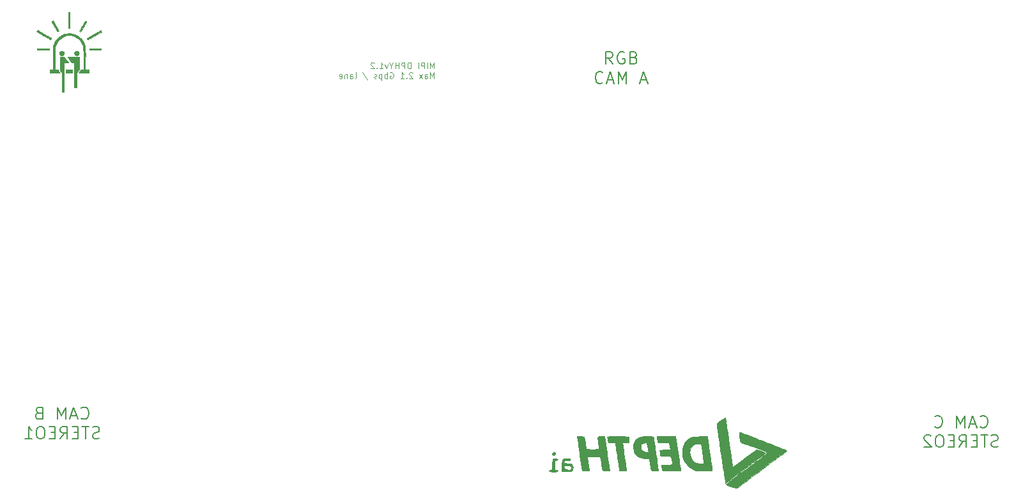
<source format=gbr>
G04 #@! TF.GenerationSoftware,KiCad,Pcbnew,(5.1.9)-1*
G04 #@! TF.CreationDate,2021-07-05T20:40:17-04:00*
G04 #@! TF.ProjectId,DepthABC,44657074-6841-4424-932e-6b696361645f,rev?*
G04 #@! TF.SameCoordinates,Original*
G04 #@! TF.FileFunction,Legend,Bot*
G04 #@! TF.FilePolarity,Positive*
%FSLAX46Y46*%
G04 Gerber Fmt 4.6, Leading zero omitted, Abs format (unit mm)*
G04 Created by KiCad (PCBNEW (5.1.9)-1) date 2021-07-05 20:40:17*
%MOMM*%
%LPD*%
G01*
G04 APERTURE LIST*
%ADD10C,0.200000*%
%ADD11C,0.100000*%
%ADD12C,0.010000*%
G04 APERTURE END LIST*
D10*
X201208038Y-112804609D02*
X200674704Y-112042704D01*
X200293752Y-112804609D02*
X200293752Y-111204609D01*
X200903276Y-111204609D01*
X201055657Y-111280800D01*
X201131847Y-111356990D01*
X201208038Y-111509371D01*
X201208038Y-111737942D01*
X201131847Y-111890323D01*
X201055657Y-111966514D01*
X200903276Y-112042704D01*
X200293752Y-112042704D01*
X202731847Y-111280800D02*
X202579466Y-111204609D01*
X202350895Y-111204609D01*
X202122323Y-111280800D01*
X201969942Y-111433180D01*
X201893752Y-111585561D01*
X201817561Y-111890323D01*
X201817561Y-112118895D01*
X201893752Y-112423657D01*
X201969942Y-112576038D01*
X202122323Y-112728419D01*
X202350895Y-112804609D01*
X202503276Y-112804609D01*
X202731847Y-112728419D01*
X202808038Y-112652228D01*
X202808038Y-112118895D01*
X202503276Y-112118895D01*
X204027085Y-111966514D02*
X204255657Y-112042704D01*
X204331847Y-112118895D01*
X204408038Y-112271276D01*
X204408038Y-112499847D01*
X204331847Y-112652228D01*
X204255657Y-112728419D01*
X204103276Y-112804609D01*
X203493752Y-112804609D01*
X203493752Y-111204609D01*
X204027085Y-111204609D01*
X204179466Y-111280800D01*
X204255657Y-111356990D01*
X204331847Y-111509371D01*
X204331847Y-111661752D01*
X204255657Y-111814133D01*
X204179466Y-111890323D01*
X204027085Y-111966514D01*
X203493752Y-111966514D01*
X199912800Y-115252228D02*
X199836609Y-115328419D01*
X199608038Y-115404609D01*
X199455657Y-115404609D01*
X199227085Y-115328419D01*
X199074704Y-115176038D01*
X198998514Y-115023657D01*
X198922323Y-114718895D01*
X198922323Y-114490323D01*
X198998514Y-114185561D01*
X199074704Y-114033180D01*
X199227085Y-113880800D01*
X199455657Y-113804609D01*
X199608038Y-113804609D01*
X199836609Y-113880800D01*
X199912800Y-113956990D01*
X200522323Y-114947466D02*
X201284228Y-114947466D01*
X200369942Y-115404609D02*
X200903276Y-113804609D01*
X201436609Y-115404609D01*
X201969942Y-115404609D02*
X201969942Y-113804609D01*
X202503276Y-114947466D01*
X203036609Y-113804609D01*
X203036609Y-115404609D01*
X204941371Y-114947466D02*
X205703276Y-114947466D01*
X204788990Y-115404609D02*
X205322323Y-113804609D01*
X205855657Y-115404609D01*
X130799525Y-159763868D02*
X130875716Y-159840059D01*
X131104287Y-159916249D01*
X131256668Y-159916249D01*
X131485240Y-159840059D01*
X131637620Y-159687678D01*
X131713811Y-159535297D01*
X131790001Y-159230535D01*
X131790001Y-159001963D01*
X131713811Y-158697201D01*
X131637620Y-158544820D01*
X131485240Y-158392440D01*
X131256668Y-158316249D01*
X131104287Y-158316249D01*
X130875716Y-158392440D01*
X130799525Y-158468630D01*
X130190001Y-159459106D02*
X129428097Y-159459106D01*
X130342382Y-159916249D02*
X129809049Y-158316249D01*
X129275716Y-159916249D01*
X128742382Y-159916249D02*
X128742382Y-158316249D01*
X128209049Y-159459106D01*
X127675716Y-158316249D01*
X127675716Y-159916249D01*
X125161430Y-159078154D02*
X124932859Y-159154344D01*
X124856668Y-159230535D01*
X124780478Y-159382916D01*
X124780478Y-159611487D01*
X124856668Y-159763868D01*
X124932859Y-159840059D01*
X125085240Y-159916249D01*
X125694763Y-159916249D01*
X125694763Y-158316249D01*
X125161430Y-158316249D01*
X125009049Y-158392440D01*
X124932859Y-158468630D01*
X124856668Y-158621011D01*
X124856668Y-158773392D01*
X124932859Y-158925773D01*
X125009049Y-159001963D01*
X125161430Y-159078154D01*
X125694763Y-159078154D01*
X133199525Y-162440059D02*
X132970954Y-162516249D01*
X132590001Y-162516249D01*
X132437620Y-162440059D01*
X132361430Y-162363868D01*
X132285240Y-162211487D01*
X132285240Y-162059106D01*
X132361430Y-161906725D01*
X132437620Y-161830535D01*
X132590001Y-161754344D01*
X132894763Y-161678154D01*
X133047144Y-161601963D01*
X133123335Y-161525773D01*
X133199525Y-161373392D01*
X133199525Y-161221011D01*
X133123335Y-161068630D01*
X133047144Y-160992440D01*
X132894763Y-160916249D01*
X132513811Y-160916249D01*
X132285240Y-160992440D01*
X131828097Y-160916249D02*
X130913811Y-160916249D01*
X131370954Y-162516249D02*
X131370954Y-160916249D01*
X130380478Y-161678154D02*
X129847144Y-161678154D01*
X129618573Y-162516249D02*
X130380478Y-162516249D01*
X130380478Y-160916249D01*
X129618573Y-160916249D01*
X128018573Y-162516249D02*
X128551906Y-161754344D01*
X128932859Y-162516249D02*
X128932859Y-160916249D01*
X128323335Y-160916249D01*
X128170954Y-160992440D01*
X128094763Y-161068630D01*
X128018573Y-161221011D01*
X128018573Y-161449582D01*
X128094763Y-161601963D01*
X128170954Y-161678154D01*
X128323335Y-161754344D01*
X128932859Y-161754344D01*
X127332859Y-161678154D02*
X126799525Y-161678154D01*
X126570954Y-162516249D02*
X127332859Y-162516249D01*
X127332859Y-160916249D01*
X126570954Y-160916249D01*
X125580478Y-160916249D02*
X125275716Y-160916249D01*
X125123335Y-160992440D01*
X124970954Y-161144820D01*
X124894763Y-161449582D01*
X124894763Y-161982916D01*
X124970954Y-162287678D01*
X125123335Y-162440059D01*
X125275716Y-162516249D01*
X125580478Y-162516249D01*
X125732859Y-162440059D01*
X125885240Y-162287678D01*
X125961430Y-161982916D01*
X125961430Y-161449582D01*
X125885240Y-161144820D01*
X125732859Y-160992440D01*
X125580478Y-160916249D01*
X123370954Y-162516249D02*
X124285240Y-162516249D01*
X123828097Y-162516249D02*
X123828097Y-160916249D01*
X123980478Y-161144820D01*
X124132859Y-161297201D01*
X124285240Y-161373392D01*
X249914285Y-160871428D02*
X249990476Y-160947619D01*
X250219047Y-161023809D01*
X250371428Y-161023809D01*
X250600000Y-160947619D01*
X250752380Y-160795238D01*
X250828571Y-160642857D01*
X250904761Y-160338095D01*
X250904761Y-160109523D01*
X250828571Y-159804761D01*
X250752380Y-159652380D01*
X250600000Y-159500000D01*
X250371428Y-159423809D01*
X250219047Y-159423809D01*
X249990476Y-159500000D01*
X249914285Y-159576190D01*
X249304761Y-160566666D02*
X248542857Y-160566666D01*
X249457142Y-161023809D02*
X248923809Y-159423809D01*
X248390476Y-161023809D01*
X247857142Y-161023809D02*
X247857142Y-159423809D01*
X247323809Y-160566666D01*
X246790476Y-159423809D01*
X246790476Y-161023809D01*
X243895238Y-160871428D02*
X243971428Y-160947619D01*
X244200000Y-161023809D01*
X244352380Y-161023809D01*
X244580952Y-160947619D01*
X244733333Y-160795238D01*
X244809523Y-160642857D01*
X244885714Y-160338095D01*
X244885714Y-160109523D01*
X244809523Y-159804761D01*
X244733333Y-159652380D01*
X244580952Y-159500000D01*
X244352380Y-159423809D01*
X244200000Y-159423809D01*
X243971428Y-159500000D01*
X243895238Y-159576190D01*
X252314285Y-163547619D02*
X252085714Y-163623809D01*
X251704761Y-163623809D01*
X251552380Y-163547619D01*
X251476190Y-163471428D01*
X251400000Y-163319047D01*
X251400000Y-163166666D01*
X251476190Y-163014285D01*
X251552380Y-162938095D01*
X251704761Y-162861904D01*
X252009523Y-162785714D01*
X252161904Y-162709523D01*
X252238095Y-162633333D01*
X252314285Y-162480952D01*
X252314285Y-162328571D01*
X252238095Y-162176190D01*
X252161904Y-162100000D01*
X252009523Y-162023809D01*
X251628571Y-162023809D01*
X251400000Y-162100000D01*
X250942857Y-162023809D02*
X250028571Y-162023809D01*
X250485714Y-163623809D02*
X250485714Y-162023809D01*
X249495238Y-162785714D02*
X248961904Y-162785714D01*
X248733333Y-163623809D02*
X249495238Y-163623809D01*
X249495238Y-162023809D01*
X248733333Y-162023809D01*
X247133333Y-163623809D02*
X247666666Y-162861904D01*
X248047619Y-163623809D02*
X248047619Y-162023809D01*
X247438095Y-162023809D01*
X247285714Y-162100000D01*
X247209523Y-162176190D01*
X247133333Y-162328571D01*
X247133333Y-162557142D01*
X247209523Y-162709523D01*
X247285714Y-162785714D01*
X247438095Y-162861904D01*
X248047619Y-162861904D01*
X246447619Y-162785714D02*
X245914285Y-162785714D01*
X245685714Y-163623809D02*
X246447619Y-163623809D01*
X246447619Y-162023809D01*
X245685714Y-162023809D01*
X244695238Y-162023809D02*
X244390476Y-162023809D01*
X244238095Y-162100000D01*
X244085714Y-162252380D01*
X244009523Y-162557142D01*
X244009523Y-163090476D01*
X244085714Y-163395238D01*
X244238095Y-163547619D01*
X244390476Y-163623809D01*
X244695238Y-163623809D01*
X244847619Y-163547619D01*
X245000000Y-163395238D01*
X245076190Y-163090476D01*
X245076190Y-162557142D01*
X245000000Y-162252380D01*
X244847619Y-162100000D01*
X244695238Y-162023809D01*
X243400000Y-162176190D02*
X243323809Y-162100000D01*
X243171428Y-162023809D01*
X242790476Y-162023809D01*
X242638095Y-162100000D01*
X242561904Y-162176190D01*
X242485714Y-162328571D01*
X242485714Y-162480952D01*
X242561904Y-162709523D01*
X243476190Y-163623809D01*
X242485714Y-163623809D01*
D11*
X177562237Y-113422904D02*
X177562237Y-112622904D01*
X177295571Y-113194333D01*
X177028904Y-112622904D01*
X177028904Y-113422904D01*
X176647952Y-113422904D02*
X176647952Y-112622904D01*
X176266999Y-113422904D02*
X176266999Y-112622904D01*
X175962237Y-112622904D01*
X175886047Y-112661000D01*
X175847952Y-112699095D01*
X175809856Y-112775285D01*
X175809856Y-112889571D01*
X175847952Y-112965761D01*
X175886047Y-113003857D01*
X175962237Y-113041952D01*
X176266999Y-113041952D01*
X175466999Y-113422904D02*
X175466999Y-112622904D01*
X174476523Y-113422904D02*
X174476523Y-112622904D01*
X174286047Y-112622904D01*
X174171761Y-112661000D01*
X174095571Y-112737190D01*
X174057475Y-112813380D01*
X174019380Y-112965761D01*
X174019380Y-113080047D01*
X174057475Y-113232428D01*
X174095571Y-113308619D01*
X174171761Y-113384809D01*
X174286047Y-113422904D01*
X174476523Y-113422904D01*
X173676523Y-113422904D02*
X173676523Y-112622904D01*
X173371761Y-112622904D01*
X173295571Y-112661000D01*
X173257475Y-112699095D01*
X173219380Y-112775285D01*
X173219380Y-112889571D01*
X173257475Y-112965761D01*
X173295571Y-113003857D01*
X173371761Y-113041952D01*
X173676523Y-113041952D01*
X172876523Y-113422904D02*
X172876523Y-112622904D01*
X172876523Y-113003857D02*
X172419380Y-113003857D01*
X172419380Y-113422904D02*
X172419380Y-112622904D01*
X171886047Y-113041952D02*
X171886047Y-113422904D01*
X172152714Y-112622904D02*
X171886047Y-113041952D01*
X171619380Y-112622904D01*
X171428904Y-112889571D02*
X171238428Y-113422904D01*
X171047952Y-112889571D01*
X170324142Y-113422904D02*
X170781285Y-113422904D01*
X170552714Y-113422904D02*
X170552714Y-112622904D01*
X170628904Y-112737190D01*
X170705094Y-112813380D01*
X170781285Y-112851476D01*
X169981285Y-113346714D02*
X169943190Y-113384809D01*
X169981285Y-113422904D01*
X170019380Y-113384809D01*
X169981285Y-113346714D01*
X169981285Y-113422904D01*
X169638428Y-112699095D02*
X169600333Y-112661000D01*
X169524142Y-112622904D01*
X169333666Y-112622904D01*
X169257475Y-112661000D01*
X169219380Y-112699095D01*
X169181285Y-112775285D01*
X169181285Y-112851476D01*
X169219380Y-112965761D01*
X169676523Y-113422904D01*
X169181285Y-113422904D01*
X177562237Y-114722904D02*
X177562237Y-113922904D01*
X177295571Y-114494333D01*
X177028904Y-113922904D01*
X177028904Y-114722904D01*
X176305094Y-114722904D02*
X176305094Y-114303857D01*
X176343190Y-114227666D01*
X176419380Y-114189571D01*
X176571761Y-114189571D01*
X176647952Y-114227666D01*
X176305094Y-114684809D02*
X176381285Y-114722904D01*
X176571761Y-114722904D01*
X176647952Y-114684809D01*
X176686047Y-114608619D01*
X176686047Y-114532428D01*
X176647952Y-114456238D01*
X176571761Y-114418142D01*
X176381285Y-114418142D01*
X176305094Y-114380047D01*
X176000333Y-114722904D02*
X175581285Y-114189571D01*
X176000333Y-114189571D02*
X175581285Y-114722904D01*
X174705094Y-113999095D02*
X174666999Y-113961000D01*
X174590809Y-113922904D01*
X174400333Y-113922904D01*
X174324142Y-113961000D01*
X174286047Y-113999095D01*
X174247952Y-114075285D01*
X174247952Y-114151476D01*
X174286047Y-114265761D01*
X174743190Y-114722904D01*
X174247952Y-114722904D01*
X173905094Y-114646714D02*
X173866999Y-114684809D01*
X173905094Y-114722904D01*
X173943190Y-114684809D01*
X173905094Y-114646714D01*
X173905094Y-114722904D01*
X173105094Y-114722904D02*
X173562237Y-114722904D01*
X173333666Y-114722904D02*
X173333666Y-113922904D01*
X173409856Y-114037190D01*
X173486047Y-114113380D01*
X173562237Y-114151476D01*
X171733666Y-113961000D02*
X171809856Y-113922904D01*
X171924142Y-113922904D01*
X172038428Y-113961000D01*
X172114618Y-114037190D01*
X172152714Y-114113380D01*
X172190809Y-114265761D01*
X172190809Y-114380047D01*
X172152714Y-114532428D01*
X172114618Y-114608619D01*
X172038428Y-114684809D01*
X171924142Y-114722904D01*
X171847952Y-114722904D01*
X171733666Y-114684809D01*
X171695571Y-114646714D01*
X171695571Y-114380047D01*
X171847952Y-114380047D01*
X171352714Y-114722904D02*
X171352714Y-113922904D01*
X171352714Y-114227666D02*
X171276523Y-114189571D01*
X171124142Y-114189571D01*
X171047952Y-114227666D01*
X171009856Y-114265761D01*
X170971761Y-114341952D01*
X170971761Y-114570523D01*
X171009856Y-114646714D01*
X171047952Y-114684809D01*
X171124142Y-114722904D01*
X171276523Y-114722904D01*
X171352714Y-114684809D01*
X170628904Y-114189571D02*
X170628904Y-114989571D01*
X170628904Y-114227666D02*
X170552714Y-114189571D01*
X170400333Y-114189571D01*
X170324142Y-114227666D01*
X170286047Y-114265761D01*
X170247952Y-114341952D01*
X170247952Y-114570523D01*
X170286047Y-114646714D01*
X170324142Y-114684809D01*
X170400333Y-114722904D01*
X170552714Y-114722904D01*
X170628904Y-114684809D01*
X169943190Y-114684809D02*
X169866999Y-114722904D01*
X169714618Y-114722904D01*
X169638428Y-114684809D01*
X169600333Y-114608619D01*
X169600333Y-114570523D01*
X169638428Y-114494333D01*
X169714618Y-114456238D01*
X169828904Y-114456238D01*
X169905094Y-114418142D01*
X169943190Y-114341952D01*
X169943190Y-114303857D01*
X169905094Y-114227666D01*
X169828904Y-114189571D01*
X169714618Y-114189571D01*
X169638428Y-114227666D01*
X168076523Y-113884809D02*
X168762237Y-114913380D01*
X167086047Y-114722904D02*
X167162237Y-114684809D01*
X167200333Y-114608619D01*
X167200333Y-113922904D01*
X166438428Y-114722904D02*
X166438428Y-114303857D01*
X166476523Y-114227666D01*
X166552714Y-114189571D01*
X166705094Y-114189571D01*
X166781285Y-114227666D01*
X166438428Y-114684809D02*
X166514618Y-114722904D01*
X166705094Y-114722904D01*
X166781285Y-114684809D01*
X166819380Y-114608619D01*
X166819380Y-114532428D01*
X166781285Y-114456238D01*
X166705094Y-114418142D01*
X166514618Y-114418142D01*
X166438428Y-114380047D01*
X166057475Y-114189571D02*
X166057475Y-114722904D01*
X166057475Y-114265761D02*
X166019380Y-114227666D01*
X165943190Y-114189571D01*
X165828904Y-114189571D01*
X165752714Y-114227666D01*
X165714618Y-114303857D01*
X165714618Y-114722904D01*
X165028904Y-114684809D02*
X165105094Y-114722904D01*
X165257475Y-114722904D01*
X165333666Y-114684809D01*
X165371761Y-114608619D01*
X165371761Y-114303857D01*
X165333666Y-114227666D01*
X165257475Y-114189571D01*
X165105094Y-114189571D01*
X165028904Y-114227666D01*
X164990809Y-114303857D01*
X164990809Y-114380047D01*
X165371761Y-114456238D01*
D12*
G04 #@! TO.C,G\u002A\u002A\u002A*
G36*
X193281994Y-164333770D02*
G01*
X193220702Y-164463696D01*
X193235877Y-164584125D01*
X193313491Y-164648260D01*
X193443704Y-164659458D01*
X193564912Y-164620332D01*
X193610037Y-164568250D01*
X193619509Y-164409466D01*
X193527750Y-164305420D01*
X193420150Y-164282500D01*
X193281994Y-164333770D01*
G37*
X193281994Y-164333770D02*
X193220702Y-164463696D01*
X193235877Y-164584125D01*
X193313491Y-164648260D01*
X193443704Y-164659458D01*
X193564912Y-164620332D01*
X193610037Y-164568250D01*
X193619509Y-164409466D01*
X193527750Y-164305420D01*
X193420150Y-164282500D01*
X193281994Y-164333770D01*
G36*
X196530290Y-162390768D02*
G01*
X196547183Y-162503201D01*
X196579863Y-162724590D01*
X196625881Y-163038203D01*
X196682789Y-163427312D01*
X196748139Y-163875187D01*
X196819483Y-164365098D01*
X196862874Y-164663500D01*
X197162806Y-166727250D01*
X197654042Y-166745830D01*
X197900311Y-166753562D01*
X198044131Y-166749110D01*
X198109939Y-166725682D01*
X198122171Y-166676485D01*
X198110943Y-166618830D01*
X198089098Y-166502032D01*
X198054385Y-166288881D01*
X198011428Y-166008812D01*
X197964851Y-165691261D01*
X197960893Y-165663625D01*
X197845178Y-164854000D01*
X199582563Y-164854000D01*
X199693073Y-165663625D01*
X199745901Y-166059296D01*
X199786852Y-166346943D01*
X199826087Y-166543613D01*
X199873769Y-166666355D01*
X199940060Y-166732217D01*
X200035122Y-166758247D01*
X200169118Y-166761493D01*
X200346018Y-166759000D01*
X200587670Y-166757027D01*
X200727140Y-166745783D01*
X200789244Y-166717276D01*
X200798792Y-166663516D01*
X200789687Y-166616125D01*
X200773148Y-166520868D01*
X200741058Y-166315602D01*
X200695759Y-166016052D01*
X200639590Y-165637942D01*
X200574892Y-165196997D01*
X200504005Y-164708941D01*
X200449433Y-164330125D01*
X200141761Y-162187000D01*
X199681381Y-162187000D01*
X199485185Y-162186311D01*
X199349159Y-162196839D01*
X199265850Y-162237475D01*
X199227802Y-162327111D01*
X199227562Y-162484639D01*
X199257674Y-162728948D01*
X199310685Y-163078932D01*
X199315876Y-163113282D01*
X199356203Y-163388158D01*
X199388093Y-163619452D01*
X199407358Y-163775990D01*
X199411126Y-163822125D01*
X199377432Y-163856111D01*
X199266545Y-163879663D01*
X199064313Y-163894093D01*
X198756589Y-163900710D01*
X198554250Y-163901500D01*
X198240612Y-163898184D01*
X197978048Y-163889095D01*
X197789788Y-163875520D01*
X197699067Y-163858744D01*
X197694311Y-163853875D01*
X197684925Y-163776106D01*
X197661243Y-163598211D01*
X197626736Y-163345813D01*
X197584874Y-163044536D01*
X197580387Y-163012500D01*
X197469154Y-162218750D01*
X196983396Y-162200268D01*
X196497639Y-162181786D01*
X196530290Y-162390768D01*
G37*
X196530290Y-162390768D02*
X196547183Y-162503201D01*
X196579863Y-162724590D01*
X196625881Y-163038203D01*
X196682789Y-163427312D01*
X196748139Y-163875187D01*
X196819483Y-164365098D01*
X196862874Y-164663500D01*
X197162806Y-166727250D01*
X197654042Y-166745830D01*
X197900311Y-166753562D01*
X198044131Y-166749110D01*
X198109939Y-166725682D01*
X198122171Y-166676485D01*
X198110943Y-166618830D01*
X198089098Y-166502032D01*
X198054385Y-166288881D01*
X198011428Y-166008812D01*
X197964851Y-165691261D01*
X197960893Y-165663625D01*
X197845178Y-164854000D01*
X199582563Y-164854000D01*
X199693073Y-165663625D01*
X199745901Y-166059296D01*
X199786852Y-166346943D01*
X199826087Y-166543613D01*
X199873769Y-166666355D01*
X199940060Y-166732217D01*
X200035122Y-166758247D01*
X200169118Y-166761493D01*
X200346018Y-166759000D01*
X200587670Y-166757027D01*
X200727140Y-166745783D01*
X200789244Y-166717276D01*
X200798792Y-166663516D01*
X200789687Y-166616125D01*
X200773148Y-166520868D01*
X200741058Y-166315602D01*
X200695759Y-166016052D01*
X200639590Y-165637942D01*
X200574892Y-165196997D01*
X200504005Y-164708941D01*
X200449433Y-164330125D01*
X200141761Y-162187000D01*
X199681381Y-162187000D01*
X199485185Y-162186311D01*
X199349159Y-162196839D01*
X199265850Y-162237475D01*
X199227802Y-162327111D01*
X199227562Y-162484639D01*
X199257674Y-162728948D01*
X199310685Y-163078932D01*
X199315876Y-163113282D01*
X199356203Y-163388158D01*
X199388093Y-163619452D01*
X199407358Y-163775990D01*
X199411126Y-163822125D01*
X199377432Y-163856111D01*
X199266545Y-163879663D01*
X199064313Y-163894093D01*
X198756589Y-163900710D01*
X198554250Y-163901500D01*
X198240612Y-163898184D01*
X197978048Y-163889095D01*
X197789788Y-163875520D01*
X197699067Y-163858744D01*
X197694311Y-163853875D01*
X197684925Y-163776106D01*
X197661243Y-163598211D01*
X197626736Y-163345813D01*
X197584874Y-163044536D01*
X197580387Y-163012500D01*
X197469154Y-162218750D01*
X196983396Y-162200268D01*
X196497639Y-162181786D01*
X196530290Y-162390768D01*
G36*
X201428683Y-162187608D02*
G01*
X201083575Y-162190246D01*
X200835315Y-162196135D01*
X200668828Y-162206496D01*
X200569041Y-162222547D01*
X200520878Y-162245511D01*
X200509264Y-162276607D01*
X200513134Y-162298125D01*
X200539963Y-162426430D01*
X200571922Y-162620789D01*
X200584804Y-162710875D01*
X200625782Y-163012500D01*
X201098141Y-163012500D01*
X201324904Y-163018379D01*
X201492438Y-163033921D01*
X201569509Y-163055984D01*
X201571367Y-163060125D01*
X201580481Y-163133755D01*
X201605623Y-163315227D01*
X201644250Y-163586747D01*
X201693816Y-163930523D01*
X201751776Y-164328762D01*
X201796177Y-164631750D01*
X201861182Y-165075886D01*
X201922035Y-165494947D01*
X201975597Y-165867052D01*
X202018728Y-166170321D01*
X202048288Y-166382871D01*
X202058155Y-166457375D01*
X202096190Y-166759000D01*
X202563595Y-166759000D01*
X202788824Y-166753064D01*
X202954451Y-166737384D01*
X203029187Y-166715152D01*
X203030624Y-166711375D01*
X203021874Y-166638490D01*
X202997350Y-166456302D01*
X202959337Y-166181213D01*
X202910121Y-165829630D01*
X202851988Y-165417956D01*
X202787223Y-164962597D01*
X202776624Y-164888365D01*
X202711041Y-164427667D01*
X202651756Y-164008099D01*
X202601048Y-163646065D01*
X202561202Y-163357963D01*
X202534499Y-163160196D01*
X202523221Y-163069165D01*
X202523000Y-163065641D01*
X202581037Y-163039386D01*
X202733336Y-163015732D01*
X202947186Y-162999723D01*
X202951625Y-162999526D01*
X203380250Y-162980750D01*
X203364112Y-162663250D01*
X203349076Y-162462574D01*
X203329022Y-162309903D01*
X203318479Y-162266375D01*
X203276398Y-162238894D01*
X203165200Y-162218003D01*
X202972906Y-162203036D01*
X202687538Y-162193331D01*
X202297114Y-162188223D01*
X201885714Y-162187000D01*
X201428683Y-162187608D01*
G37*
X201428683Y-162187608D02*
X201083575Y-162190246D01*
X200835315Y-162196135D01*
X200668828Y-162206496D01*
X200569041Y-162222547D01*
X200520878Y-162245511D01*
X200509264Y-162276607D01*
X200513134Y-162298125D01*
X200539963Y-162426430D01*
X200571922Y-162620789D01*
X200584804Y-162710875D01*
X200625782Y-163012500D01*
X201098141Y-163012500D01*
X201324904Y-163018379D01*
X201492438Y-163033921D01*
X201569509Y-163055984D01*
X201571367Y-163060125D01*
X201580481Y-163133755D01*
X201605623Y-163315227D01*
X201644250Y-163586747D01*
X201693816Y-163930523D01*
X201751776Y-164328762D01*
X201796177Y-164631750D01*
X201861182Y-165075886D01*
X201922035Y-165494947D01*
X201975597Y-165867052D01*
X202018728Y-166170321D01*
X202048288Y-166382871D01*
X202058155Y-166457375D01*
X202096190Y-166759000D01*
X202563595Y-166759000D01*
X202788824Y-166753064D01*
X202954451Y-166737384D01*
X203029187Y-166715152D01*
X203030624Y-166711375D01*
X203021874Y-166638490D01*
X202997350Y-166456302D01*
X202959337Y-166181213D01*
X202910121Y-165829630D01*
X202851988Y-165417956D01*
X202787223Y-164962597D01*
X202776624Y-164888365D01*
X202711041Y-164427667D01*
X202651756Y-164008099D01*
X202601048Y-163646065D01*
X202561202Y-163357963D01*
X202534499Y-163160196D01*
X202523221Y-163069165D01*
X202523000Y-163065641D01*
X202581037Y-163039386D01*
X202733336Y-163015732D01*
X202947186Y-162999723D01*
X202951625Y-162999526D01*
X203380250Y-162980750D01*
X203364112Y-162663250D01*
X203349076Y-162462574D01*
X203329022Y-162309903D01*
X203318479Y-162266375D01*
X203276398Y-162238894D01*
X203165200Y-162218003D01*
X202972906Y-162203036D01*
X202687538Y-162193331D01*
X202297114Y-162188223D01*
X201885714Y-162187000D01*
X201428683Y-162187608D01*
G36*
X205377784Y-162201584D02*
G01*
X204992993Y-162248653D01*
X204693199Y-162333181D01*
X204458907Y-162460140D01*
X204318362Y-162582134D01*
X204081412Y-162914089D01*
X203948031Y-163298231D01*
X203922635Y-163707393D01*
X204009639Y-164114404D01*
X204052336Y-164219000D01*
X204238194Y-164547126D01*
X204467909Y-164786922D01*
X204761457Y-164950346D01*
X205138815Y-165049354D01*
X205506968Y-165089738D01*
X206065215Y-165125905D01*
X206171939Y-165863077D01*
X206216111Y-166160464D01*
X206255975Y-166414849D01*
X206286969Y-166597988D01*
X206303839Y-166679625D01*
X206373182Y-166715436D01*
X206529570Y-166742454D01*
X206733245Y-166758917D01*
X206944446Y-166763062D01*
X207123414Y-166753130D01*
X207230389Y-166727359D01*
X207238792Y-166721041D01*
X207257082Y-166634750D01*
X207250906Y-166609916D01*
X207235991Y-166531268D01*
X207205758Y-166342380D01*
X207162525Y-166058783D01*
X207108609Y-165696006D01*
X207046330Y-165269579D01*
X206978005Y-164795034D01*
X206936646Y-164504750D01*
X206897513Y-164230390D01*
X205938825Y-164230390D01*
X205880851Y-164276303D01*
X205770680Y-164282500D01*
X205560698Y-164258348D01*
X205400509Y-164214770D01*
X205132689Y-164063774D01*
X204977627Y-163857618D01*
X204936000Y-163641624D01*
X204946235Y-163455617D01*
X204971289Y-163313248D01*
X204975446Y-163301094D01*
X205077548Y-163180970D01*
X205258745Y-163079255D01*
X205471234Y-163019466D01*
X205562110Y-163012500D01*
X205659439Y-163018234D01*
X205721055Y-163053280D01*
X205762113Y-163144406D01*
X205797764Y-163318377D01*
X205822739Y-163472875D01*
X205863773Y-163727738D01*
X205901764Y-163955308D01*
X205928560Y-164106761D01*
X205928772Y-164107875D01*
X205938825Y-164230390D01*
X206897513Y-164230390D01*
X206865438Y-164005525D01*
X206798650Y-163541939D01*
X206738670Y-163130218D01*
X206687888Y-162786595D01*
X206648693Y-162527297D01*
X206623476Y-162368554D01*
X206616405Y-162329875D01*
X206596604Y-162268087D01*
X206554854Y-162227286D01*
X206468364Y-162203124D01*
X206314346Y-162191258D01*
X206070011Y-162187341D01*
X205867066Y-162187000D01*
X205377784Y-162201584D01*
G37*
X205377784Y-162201584D02*
X204992993Y-162248653D01*
X204693199Y-162333181D01*
X204458907Y-162460140D01*
X204318362Y-162582134D01*
X204081412Y-162914089D01*
X203948031Y-163298231D01*
X203922635Y-163707393D01*
X204009639Y-164114404D01*
X204052336Y-164219000D01*
X204238194Y-164547126D01*
X204467909Y-164786922D01*
X204761457Y-164950346D01*
X205138815Y-165049354D01*
X205506968Y-165089738D01*
X206065215Y-165125905D01*
X206171939Y-165863077D01*
X206216111Y-166160464D01*
X206255975Y-166414849D01*
X206286969Y-166597988D01*
X206303839Y-166679625D01*
X206373182Y-166715436D01*
X206529570Y-166742454D01*
X206733245Y-166758917D01*
X206944446Y-166763062D01*
X207123414Y-166753130D01*
X207230389Y-166727359D01*
X207238792Y-166721041D01*
X207257082Y-166634750D01*
X207250906Y-166609916D01*
X207235991Y-166531268D01*
X207205758Y-166342380D01*
X207162525Y-166058783D01*
X207108609Y-165696006D01*
X207046330Y-165269579D01*
X206978005Y-164795034D01*
X206936646Y-164504750D01*
X206897513Y-164230390D01*
X205938825Y-164230390D01*
X205880851Y-164276303D01*
X205770680Y-164282500D01*
X205560698Y-164258348D01*
X205400509Y-164214770D01*
X205132689Y-164063774D01*
X204977627Y-163857618D01*
X204936000Y-163641624D01*
X204946235Y-163455617D01*
X204971289Y-163313248D01*
X204975446Y-163301094D01*
X205077548Y-163180970D01*
X205258745Y-163079255D01*
X205471234Y-163019466D01*
X205562110Y-163012500D01*
X205659439Y-163018234D01*
X205721055Y-163053280D01*
X205762113Y-163144406D01*
X205797764Y-163318377D01*
X205822739Y-163472875D01*
X205863773Y-163727738D01*
X205901764Y-163955308D01*
X205928560Y-164106761D01*
X205928772Y-164107875D01*
X205938825Y-164230390D01*
X206897513Y-164230390D01*
X206865438Y-164005525D01*
X206798650Y-163541939D01*
X206738670Y-163130218D01*
X206687888Y-162786595D01*
X206648693Y-162527297D01*
X206623476Y-162368554D01*
X206616405Y-162329875D01*
X206596604Y-162268087D01*
X206554854Y-162227286D01*
X206468364Y-162203124D01*
X206314346Y-162191258D01*
X206070011Y-162187341D01*
X205867066Y-162187000D01*
X205377784Y-162201584D01*
G36*
X207113110Y-162534617D02*
G01*
X207140044Y-162739859D01*
X207170803Y-162894735D01*
X207189242Y-162947367D01*
X207268383Y-162975354D01*
X207454329Y-162996587D01*
X207726985Y-163009406D01*
X207977382Y-163012500D01*
X208725268Y-163012500D01*
X208785403Y-163486798D01*
X208845538Y-163961097D01*
X208144894Y-163978923D01*
X207444250Y-163996750D01*
X207466472Y-164314250D01*
X207490874Y-164561319D01*
X207539396Y-164710638D01*
X207638729Y-164784729D01*
X207815565Y-164806112D01*
X208042029Y-164799887D01*
X208310992Y-164795200D01*
X208567035Y-164803546D01*
X208736826Y-164820699D01*
X208982751Y-164862248D01*
X209054876Y-165298981D01*
X209100521Y-165567561D01*
X209120021Y-165747689D01*
X209095096Y-165856890D01*
X209007464Y-165912683D01*
X208838843Y-165932591D01*
X208570952Y-165934137D01*
X208392860Y-165933500D01*
X207658719Y-165933500D01*
X207699697Y-166235125D01*
X207721962Y-166415562D01*
X207744279Y-166549276D01*
X207783940Y-166643209D01*
X207858236Y-166704305D01*
X207984459Y-166739508D01*
X208179900Y-166755762D01*
X208461851Y-166760010D01*
X208847605Y-166759196D01*
X209004280Y-166759000D01*
X209445887Y-166756993D01*
X209773409Y-166750409D01*
X209999705Y-166738398D01*
X210137633Y-166720111D01*
X210200054Y-166694699D01*
X210206972Y-166679625D01*
X210197965Y-166600223D01*
X210172148Y-166410112D01*
X210131665Y-166124160D01*
X210078663Y-165757235D01*
X210015286Y-165324204D01*
X209943680Y-164839936D01*
X209877124Y-164393625D01*
X209546804Y-162187000D01*
X207077233Y-162187000D01*
X207113110Y-162534617D01*
G37*
X207113110Y-162534617D02*
X207140044Y-162739859D01*
X207170803Y-162894735D01*
X207189242Y-162947367D01*
X207268383Y-162975354D01*
X207454329Y-162996587D01*
X207726985Y-163009406D01*
X207977382Y-163012500D01*
X208725268Y-163012500D01*
X208785403Y-163486798D01*
X208845538Y-163961097D01*
X208144894Y-163978923D01*
X207444250Y-163996750D01*
X207466472Y-164314250D01*
X207490874Y-164561319D01*
X207539396Y-164710638D01*
X207638729Y-164784729D01*
X207815565Y-164806112D01*
X208042029Y-164799887D01*
X208310992Y-164795200D01*
X208567035Y-164803546D01*
X208736826Y-164820699D01*
X208982751Y-164862248D01*
X209054876Y-165298981D01*
X209100521Y-165567561D01*
X209120021Y-165747689D01*
X209095096Y-165856890D01*
X209007464Y-165912683D01*
X208838843Y-165932591D01*
X208570952Y-165934137D01*
X208392860Y-165933500D01*
X207658719Y-165933500D01*
X207699697Y-166235125D01*
X207721962Y-166415562D01*
X207744279Y-166549276D01*
X207783940Y-166643209D01*
X207858236Y-166704305D01*
X207984459Y-166739508D01*
X208179900Y-166755762D01*
X208461851Y-166760010D01*
X208847605Y-166759196D01*
X209004280Y-166759000D01*
X209445887Y-166756993D01*
X209773409Y-166750409D01*
X209999705Y-166738398D01*
X210137633Y-166720111D01*
X210200054Y-166694699D01*
X210206972Y-166679625D01*
X210197965Y-166600223D01*
X210172148Y-166410112D01*
X210131665Y-166124160D01*
X210078663Y-165757235D01*
X210015286Y-165324204D01*
X209943680Y-164839936D01*
X209877124Y-164393625D01*
X209546804Y-162187000D01*
X207077233Y-162187000D01*
X207113110Y-162534617D01*
G36*
X212814721Y-162198369D02*
G01*
X212434037Y-162210047D01*
X212153197Y-162226075D01*
X211945047Y-162250116D01*
X211782432Y-162285831D01*
X211638200Y-162336881D01*
X211571750Y-162365972D01*
X211155981Y-162614010D01*
X210839007Y-162936722D01*
X210614360Y-163342426D01*
X210492276Y-163753421D01*
X210435192Y-164315055D01*
X210495936Y-164857869D01*
X210667358Y-165366137D01*
X210942307Y-165824131D01*
X211313635Y-166216125D01*
X211746242Y-166511492D01*
X212143250Y-166726321D01*
X213270375Y-166748828D01*
X213632714Y-166753195D01*
X213946655Y-166751501D01*
X214192040Y-166744304D01*
X214348712Y-166732166D01*
X214397208Y-166717542D01*
X214388218Y-166642143D01*
X214363121Y-166459005D01*
X214324463Y-166186015D01*
X214274797Y-165841056D01*
X214260586Y-165743494D01*
X213297713Y-165743494D01*
X213261408Y-165786236D01*
X213152196Y-165803390D01*
X212949522Y-165806500D01*
X212679547Y-165787758D01*
X212405562Y-165740015D01*
X212283470Y-165705930D01*
X211978030Y-165542983D01*
X211735969Y-165298435D01*
X211560411Y-164995180D01*
X211454482Y-164656109D01*
X211421309Y-164304115D01*
X211464016Y-163962091D01*
X211585729Y-163652928D01*
X211789574Y-163399521D01*
X211952750Y-163283680D01*
X212120396Y-163216492D01*
X212331704Y-163167319D01*
X212552827Y-163138973D01*
X212749920Y-163134265D01*
X212889135Y-163156007D01*
X212937000Y-163201934D01*
X212945780Y-163288545D01*
X212969776Y-163476168D01*
X213005476Y-163740203D01*
X213049368Y-164056051D01*
X213097940Y-164399112D01*
X213147678Y-164744787D01*
X213195071Y-165068476D01*
X213236607Y-165345579D01*
X213268772Y-165551497D01*
X213288054Y-165661631D01*
X213288492Y-165663625D01*
X213297713Y-165743494D01*
X214260586Y-165743494D01*
X214216671Y-165442012D01*
X214172266Y-165139750D01*
X214102050Y-164662692D01*
X214031225Y-164180205D01*
X213964134Y-163721980D01*
X213905123Y-163317708D01*
X213858537Y-162997082D01*
X213843904Y-162895774D01*
X213740191Y-162175799D01*
X212814721Y-162198369D01*
G37*
X212814721Y-162198369D02*
X212434037Y-162210047D01*
X212153197Y-162226075D01*
X211945047Y-162250116D01*
X211782432Y-162285831D01*
X211638200Y-162336881D01*
X211571750Y-162365972D01*
X211155981Y-162614010D01*
X210839007Y-162936722D01*
X210614360Y-163342426D01*
X210492276Y-163753421D01*
X210435192Y-164315055D01*
X210495936Y-164857869D01*
X210667358Y-165366137D01*
X210942307Y-165824131D01*
X211313635Y-166216125D01*
X211746242Y-166511492D01*
X212143250Y-166726321D01*
X213270375Y-166748828D01*
X213632714Y-166753195D01*
X213946655Y-166751501D01*
X214192040Y-166744304D01*
X214348712Y-166732166D01*
X214397208Y-166717542D01*
X214388218Y-166642143D01*
X214363121Y-166459005D01*
X214324463Y-166186015D01*
X214274797Y-165841056D01*
X214260586Y-165743494D01*
X213297713Y-165743494D01*
X213261408Y-165786236D01*
X213152196Y-165803390D01*
X212949522Y-165806500D01*
X212679547Y-165787758D01*
X212405562Y-165740015D01*
X212283470Y-165705930D01*
X211978030Y-165542983D01*
X211735969Y-165298435D01*
X211560411Y-164995180D01*
X211454482Y-164656109D01*
X211421309Y-164304115D01*
X211464016Y-163962091D01*
X211585729Y-163652928D01*
X211789574Y-163399521D01*
X211952750Y-163283680D01*
X212120396Y-163216492D01*
X212331704Y-163167319D01*
X212552827Y-163138973D01*
X212749920Y-163134265D01*
X212889135Y-163156007D01*
X212937000Y-163201934D01*
X212945780Y-163288545D01*
X212969776Y-163476168D01*
X213005476Y-163740203D01*
X213049368Y-164056051D01*
X213097940Y-164399112D01*
X213147678Y-164744787D01*
X213195071Y-165068476D01*
X213236607Y-165345579D01*
X213268772Y-165551497D01*
X213288054Y-165661631D01*
X213288492Y-165663625D01*
X213297713Y-165743494D01*
X214260586Y-165743494D01*
X214216671Y-165442012D01*
X214172266Y-165139750D01*
X214102050Y-164662692D01*
X214031225Y-164180205D01*
X213964134Y-163721980D01*
X213905123Y-163317708D01*
X213858537Y-162997082D01*
X213843904Y-162895774D01*
X213740191Y-162175799D01*
X212814721Y-162198369D01*
G36*
X193396100Y-165124015D02*
G01*
X193293810Y-165167790D01*
X193263657Y-165259906D01*
X193240337Y-165454143D01*
X193226188Y-165725702D01*
X193223062Y-165917988D01*
X193220250Y-166600250D01*
X193042347Y-166606703D01*
X192873318Y-166635810D01*
X192784883Y-166696066D01*
X192794876Y-166769009D01*
X192848308Y-166807599D01*
X192983348Y-166844226D01*
X193192135Y-166867840D01*
X193431074Y-166877459D01*
X193656573Y-166872099D01*
X193825037Y-166850780D01*
X193879261Y-166830830D01*
X193936829Y-166750309D01*
X193888875Y-166677871D01*
X193756105Y-166635589D01*
X193692753Y-166632000D01*
X193506000Y-166632000D01*
X193506000Y-165370046D01*
X193712375Y-165350148D01*
X193870377Y-165307657D01*
X193918750Y-165235000D01*
X193863273Y-165173167D01*
X193727255Y-165130788D01*
X193556323Y-165112768D01*
X193396100Y-165124015D01*
G37*
X193396100Y-165124015D02*
X193293810Y-165167790D01*
X193263657Y-165259906D01*
X193240337Y-165454143D01*
X193226188Y-165725702D01*
X193223062Y-165917988D01*
X193220250Y-166600250D01*
X193042347Y-166606703D01*
X192873318Y-166635810D01*
X192784883Y-166696066D01*
X192794876Y-166769009D01*
X192848308Y-166807599D01*
X192983348Y-166844226D01*
X193192135Y-166867840D01*
X193431074Y-166877459D01*
X193656573Y-166872099D01*
X193825037Y-166850780D01*
X193879261Y-166830830D01*
X193936829Y-166750309D01*
X193888875Y-166677871D01*
X193756105Y-166635589D01*
X193692753Y-166632000D01*
X193506000Y-166632000D01*
X193506000Y-165370046D01*
X193712375Y-165350148D01*
X193870377Y-165307657D01*
X193918750Y-165235000D01*
X193863273Y-165173167D01*
X193727255Y-165130788D01*
X193556323Y-165112768D01*
X193396100Y-165124015D01*
G36*
X194943481Y-165118905D02*
G01*
X194773989Y-165157869D01*
X194649868Y-165234265D01*
X194646857Y-165236859D01*
X194581666Y-165303425D01*
X194537197Y-165386258D01*
X194508080Y-165511296D01*
X194488947Y-165704477D01*
X194474429Y-165991736D01*
X194470625Y-166088238D01*
X194442969Y-166810758D01*
X194688860Y-166813259D01*
X194917172Y-166822437D01*
X195170204Y-166841963D01*
X195220500Y-166847157D01*
X195434681Y-166856470D01*
X195621940Y-166841528D01*
X195664493Y-166831908D01*
X195837646Y-166721998D01*
X195944474Y-166537699D01*
X195978558Y-166316609D01*
X195969166Y-166270714D01*
X195717214Y-166270714D01*
X195706977Y-166434657D01*
X195661814Y-166540589D01*
X195529350Y-166612169D01*
X195328679Y-166626796D01*
X195104042Y-166586549D01*
X194918875Y-166505695D01*
X194761193Y-166381599D01*
X194718165Y-166259754D01*
X194766782Y-166136741D01*
X194850820Y-166089199D01*
X195033574Y-166069825D01*
X195257935Y-166073241D01*
X195488632Y-166085748D01*
X195621592Y-166106575D01*
X195686010Y-166148273D01*
X195711077Y-166223394D01*
X195717214Y-166270714D01*
X195969166Y-166270714D01*
X195933478Y-166096323D01*
X195818716Y-165928693D01*
X195707392Y-165843315D01*
X195574464Y-165793955D01*
X195379900Y-165769707D01*
X195208446Y-165762438D01*
X194982429Y-165751692D01*
X194810488Y-165735084D01*
X194728123Y-165716106D01*
X194726916Y-165715081D01*
X194724483Y-165638460D01*
X194764324Y-165521018D01*
X194817507Y-165431847D01*
X194897129Y-165384029D01*
X195039182Y-165364981D01*
X195219139Y-165362000D01*
X195432397Y-165357398D01*
X195547796Y-165337173D01*
X195594337Y-165291691D01*
X195601500Y-165235000D01*
X195588338Y-165165620D01*
X195529949Y-165127289D01*
X195397978Y-165111073D01*
X195198467Y-165108000D01*
X194943481Y-165118905D01*
G37*
X194943481Y-165118905D02*
X194773989Y-165157869D01*
X194649868Y-165234265D01*
X194646857Y-165236859D01*
X194581666Y-165303425D01*
X194537197Y-165386258D01*
X194508080Y-165511296D01*
X194488947Y-165704477D01*
X194474429Y-165991736D01*
X194470625Y-166088238D01*
X194442969Y-166810758D01*
X194688860Y-166813259D01*
X194917172Y-166822437D01*
X195170204Y-166841963D01*
X195220500Y-166847157D01*
X195434681Y-166856470D01*
X195621940Y-166841528D01*
X195664493Y-166831908D01*
X195837646Y-166721998D01*
X195944474Y-166537699D01*
X195978558Y-166316609D01*
X195969166Y-166270714D01*
X195717214Y-166270714D01*
X195706977Y-166434657D01*
X195661814Y-166540589D01*
X195529350Y-166612169D01*
X195328679Y-166626796D01*
X195104042Y-166586549D01*
X194918875Y-166505695D01*
X194761193Y-166381599D01*
X194718165Y-166259754D01*
X194766782Y-166136741D01*
X194850820Y-166089199D01*
X195033574Y-166069825D01*
X195257935Y-166073241D01*
X195488632Y-166085748D01*
X195621592Y-166106575D01*
X195686010Y-166148273D01*
X195711077Y-166223394D01*
X195717214Y-166270714D01*
X195969166Y-166270714D01*
X195933478Y-166096323D01*
X195818716Y-165928693D01*
X195707392Y-165843315D01*
X195574464Y-165793955D01*
X195379900Y-165769707D01*
X195208446Y-165762438D01*
X194982429Y-165751692D01*
X194810488Y-165735084D01*
X194728123Y-165716106D01*
X194726916Y-165715081D01*
X194724483Y-165638460D01*
X194764324Y-165521018D01*
X194817507Y-165431847D01*
X194897129Y-165384029D01*
X195039182Y-165364981D01*
X195219139Y-165362000D01*
X195432397Y-165357398D01*
X195547796Y-165337173D01*
X195594337Y-165291691D01*
X195601500Y-165235000D01*
X195588338Y-165165620D01*
X195529949Y-165127289D01*
X195397978Y-165111073D01*
X195198467Y-165108000D01*
X194943481Y-165118905D01*
G36*
X216023752Y-159745005D02*
G01*
X215876721Y-159835530D01*
X215684060Y-159962588D01*
X215474014Y-160106692D01*
X215274825Y-160248354D01*
X215114738Y-160368088D01*
X215021996Y-160446406D01*
X215011065Y-160459694D01*
X215012209Y-160533581D01*
X215030327Y-160712854D01*
X215062930Y-160977399D01*
X215107529Y-161307102D01*
X215161632Y-161681851D01*
X215165935Y-161710750D01*
X215231088Y-162149002D01*
X215297946Y-162601438D01*
X215361034Y-163030823D01*
X215414877Y-163399922D01*
X215446037Y-163615750D01*
X215499404Y-163985902D01*
X215558331Y-164391074D01*
X215613378Y-164766483D01*
X215635713Y-164917500D01*
X215686891Y-165263070D01*
X215746270Y-165665428D01*
X215803692Y-166055694D01*
X215823033Y-166187500D01*
X215877899Y-166554980D01*
X215940069Y-166960940D01*
X215998942Y-167336453D01*
X216018352Y-167457500D01*
X216062278Y-167740905D01*
X216098219Y-167994837D01*
X216120873Y-168180820D01*
X216125512Y-168235375D01*
X216133815Y-168361044D01*
X216139421Y-168406905D01*
X216188846Y-168371525D01*
X216313641Y-168282190D01*
X216472065Y-168168780D01*
X216595742Y-168078174D01*
X216619169Y-168060750D01*
X216366000Y-168060750D01*
X216334250Y-168092500D01*
X216302500Y-168060750D01*
X216334250Y-168029000D01*
X216366000Y-168060750D01*
X216619169Y-168060750D01*
X216807415Y-167920745D01*
X217093887Y-167706405D01*
X217441959Y-167445066D01*
X217838431Y-167146641D01*
X218270106Y-166821044D01*
X218723783Y-166478185D01*
X218814234Y-166409750D01*
X219270141Y-166065162D01*
X219706215Y-165736367D01*
X220109338Y-165433198D01*
X220466391Y-165165487D01*
X220764257Y-164943065D01*
X220989817Y-164775765D01*
X221129954Y-164673420D01*
X221146640Y-164661565D01*
X221313953Y-164534195D01*
X221428150Y-164428812D01*
X221462105Y-164375815D01*
X221404910Y-164329190D01*
X221253667Y-164254114D01*
X221034631Y-164162835D01*
X220884950Y-164106598D01*
X220310883Y-163898947D01*
X218746758Y-165075981D01*
X218357882Y-165366345D01*
X218000858Y-165628576D01*
X217688384Y-165853691D01*
X217433161Y-166032703D01*
X217247885Y-166156630D01*
X217145257Y-166216485D01*
X217129516Y-166220186D01*
X217092236Y-166143405D01*
X217054095Y-165982037D01*
X217034305Y-165854054D01*
X217007956Y-165657983D01*
X216967935Y-165375243D01*
X216919823Y-165044698D01*
X216872489Y-164727000D01*
X216808526Y-164299458D01*
X216729934Y-163768413D01*
X216639968Y-163156096D01*
X216541885Y-162484737D01*
X216438941Y-161776568D01*
X216334391Y-161053818D01*
X216328394Y-161012250D01*
X216283814Y-160697038D01*
X216241516Y-160387352D01*
X216208083Y-160131782D01*
X216197266Y-160043875D01*
X216164773Y-159857793D01*
X216123634Y-159736783D01*
X216096910Y-159710500D01*
X216023752Y-159745005D01*
G37*
X216023752Y-159745005D02*
X215876721Y-159835530D01*
X215684060Y-159962588D01*
X215474014Y-160106692D01*
X215274825Y-160248354D01*
X215114738Y-160368088D01*
X215021996Y-160446406D01*
X215011065Y-160459694D01*
X215012209Y-160533581D01*
X215030327Y-160712854D01*
X215062930Y-160977399D01*
X215107529Y-161307102D01*
X215161632Y-161681851D01*
X215165935Y-161710750D01*
X215231088Y-162149002D01*
X215297946Y-162601438D01*
X215361034Y-163030823D01*
X215414877Y-163399922D01*
X215446037Y-163615750D01*
X215499404Y-163985902D01*
X215558331Y-164391074D01*
X215613378Y-164766483D01*
X215635713Y-164917500D01*
X215686891Y-165263070D01*
X215746270Y-165665428D01*
X215803692Y-166055694D01*
X215823033Y-166187500D01*
X215877899Y-166554980D01*
X215940069Y-166960940D01*
X215998942Y-167336453D01*
X216018352Y-167457500D01*
X216062278Y-167740905D01*
X216098219Y-167994837D01*
X216120873Y-168180820D01*
X216125512Y-168235375D01*
X216133815Y-168361044D01*
X216139421Y-168406905D01*
X216188846Y-168371525D01*
X216313641Y-168282190D01*
X216472065Y-168168780D01*
X216595742Y-168078174D01*
X216619169Y-168060750D01*
X216366000Y-168060750D01*
X216334250Y-168092500D01*
X216302500Y-168060750D01*
X216334250Y-168029000D01*
X216366000Y-168060750D01*
X216619169Y-168060750D01*
X216807415Y-167920745D01*
X217093887Y-167706405D01*
X217441959Y-167445066D01*
X217838431Y-167146641D01*
X218270106Y-166821044D01*
X218723783Y-166478185D01*
X218814234Y-166409750D01*
X219270141Y-166065162D01*
X219706215Y-165736367D01*
X220109338Y-165433198D01*
X220466391Y-165165487D01*
X220764257Y-164943065D01*
X220989817Y-164775765D01*
X221129954Y-164673420D01*
X221146640Y-164661565D01*
X221313953Y-164534195D01*
X221428150Y-164428812D01*
X221462105Y-164375815D01*
X221404910Y-164329190D01*
X221253667Y-164254114D01*
X221034631Y-164162835D01*
X220884950Y-164106598D01*
X220310883Y-163898947D01*
X218746758Y-165075981D01*
X218357882Y-165366345D01*
X218000858Y-165628576D01*
X217688384Y-165853691D01*
X217433161Y-166032703D01*
X217247885Y-166156630D01*
X217145257Y-166216485D01*
X217129516Y-166220186D01*
X217092236Y-166143405D01*
X217054095Y-165982037D01*
X217034305Y-165854054D01*
X217007956Y-165657983D01*
X216967935Y-165375243D01*
X216919823Y-165044698D01*
X216872489Y-164727000D01*
X216808526Y-164299458D01*
X216729934Y-163768413D01*
X216639968Y-163156096D01*
X216541885Y-162484737D01*
X216438941Y-161776568D01*
X216334391Y-161053818D01*
X216328394Y-161012250D01*
X216283814Y-160697038D01*
X216241516Y-160387352D01*
X216208083Y-160131782D01*
X216197266Y-160043875D01*
X216164773Y-159857793D01*
X216123634Y-159736783D01*
X216096910Y-159710500D01*
X216023752Y-159745005D01*
G36*
X217977699Y-161633634D02*
G01*
X217965097Y-161715038D01*
X217973717Y-161887054D01*
X217998559Y-162116031D01*
X218034623Y-162368317D01*
X218076908Y-162610261D01*
X218120413Y-162808211D01*
X218160137Y-162928517D01*
X218172805Y-162946555D01*
X218249449Y-162982904D01*
X218428964Y-163055183D01*
X218694477Y-163157000D01*
X219029116Y-163281967D01*
X219416010Y-163423694D01*
X219764628Y-163549440D01*
X220191951Y-163702554D01*
X220590430Y-163845394D01*
X220941046Y-163971137D01*
X221224780Y-164072961D01*
X221422614Y-164144044D01*
X221504448Y-164173538D01*
X221652995Y-164241327D01*
X221736825Y-164306105D01*
X221741234Y-164314966D01*
X221695553Y-164363731D01*
X221557082Y-164481037D01*
X221335015Y-164659743D01*
X221038549Y-164892708D01*
X220676879Y-165172791D01*
X220259200Y-165492850D01*
X219794708Y-165845744D01*
X219292598Y-166224331D01*
X219002960Y-166441500D01*
X218483570Y-166830824D01*
X217995976Y-167197586D01*
X217549453Y-167534723D01*
X217153276Y-167835170D01*
X216816721Y-168091863D01*
X216549063Y-168297738D01*
X216359576Y-168445732D01*
X216257536Y-168528781D01*
X216242048Y-168544218D01*
X216296270Y-168577721D01*
X216441955Y-168640699D01*
X216650058Y-168722541D01*
X216891536Y-168812634D01*
X217137345Y-168900365D01*
X217358441Y-168975122D01*
X217525779Y-169026292D01*
X217608176Y-169043400D01*
X217668029Y-169006018D01*
X217820737Y-168898687D01*
X218057647Y-168727774D01*
X218370105Y-168499652D01*
X218749457Y-168220688D01*
X219187049Y-167897253D01*
X219674227Y-167535717D01*
X220202337Y-167142450D01*
X220762725Y-166723822D01*
X220951151Y-166582775D01*
X221518977Y-166156989D01*
X222055779Y-165753448D01*
X222553066Y-165378600D01*
X223002348Y-165038893D01*
X223395136Y-164740776D01*
X223722939Y-164490697D01*
X223977268Y-164295105D01*
X224149632Y-164160447D01*
X224231542Y-164093173D01*
X224237276Y-164086842D01*
X224183298Y-164049643D01*
X224035659Y-163979023D01*
X223819489Y-163886477D01*
X223652625Y-163819419D01*
X223180459Y-163633991D01*
X222666198Y-163431811D01*
X222124192Y-163218540D01*
X221568787Y-162999835D01*
X221014332Y-162781358D01*
X220475174Y-162568768D01*
X219965662Y-162367725D01*
X219500144Y-162183888D01*
X219092967Y-162022917D01*
X218758479Y-161890472D01*
X218511028Y-161792212D01*
X218364963Y-161733797D01*
X218351154Y-161728199D01*
X218163449Y-161661101D01*
X218025525Y-161629041D01*
X217977699Y-161633634D01*
G37*
X217977699Y-161633634D02*
X217965097Y-161715038D01*
X217973717Y-161887054D01*
X217998559Y-162116031D01*
X218034623Y-162368317D01*
X218076908Y-162610261D01*
X218120413Y-162808211D01*
X218160137Y-162928517D01*
X218172805Y-162946555D01*
X218249449Y-162982904D01*
X218428964Y-163055183D01*
X218694477Y-163157000D01*
X219029116Y-163281967D01*
X219416010Y-163423694D01*
X219764628Y-163549440D01*
X220191951Y-163702554D01*
X220590430Y-163845394D01*
X220941046Y-163971137D01*
X221224780Y-164072961D01*
X221422614Y-164144044D01*
X221504448Y-164173538D01*
X221652995Y-164241327D01*
X221736825Y-164306105D01*
X221741234Y-164314966D01*
X221695553Y-164363731D01*
X221557082Y-164481037D01*
X221335015Y-164659743D01*
X221038549Y-164892708D01*
X220676879Y-165172791D01*
X220259200Y-165492850D01*
X219794708Y-165845744D01*
X219292598Y-166224331D01*
X219002960Y-166441500D01*
X218483570Y-166830824D01*
X217995976Y-167197586D01*
X217549453Y-167534723D01*
X217153276Y-167835170D01*
X216816721Y-168091863D01*
X216549063Y-168297738D01*
X216359576Y-168445732D01*
X216257536Y-168528781D01*
X216242048Y-168544218D01*
X216296270Y-168577721D01*
X216441955Y-168640699D01*
X216650058Y-168722541D01*
X216891536Y-168812634D01*
X217137345Y-168900365D01*
X217358441Y-168975122D01*
X217525779Y-169026292D01*
X217608176Y-169043400D01*
X217668029Y-169006018D01*
X217820737Y-168898687D01*
X218057647Y-168727774D01*
X218370105Y-168499652D01*
X218749457Y-168220688D01*
X219187049Y-167897253D01*
X219674227Y-167535717D01*
X220202337Y-167142450D01*
X220762725Y-166723822D01*
X220951151Y-166582775D01*
X221518977Y-166156989D01*
X222055779Y-165753448D01*
X222553066Y-165378600D01*
X223002348Y-165038893D01*
X223395136Y-164740776D01*
X223722939Y-164490697D01*
X223977268Y-164295105D01*
X224149632Y-164160447D01*
X224231542Y-164093173D01*
X224237276Y-164086842D01*
X224183298Y-164049643D01*
X224035659Y-163979023D01*
X223819489Y-163886477D01*
X223652625Y-163819419D01*
X223180459Y-163633991D01*
X222666198Y-163431811D01*
X222124192Y-163218540D01*
X221568787Y-162999835D01*
X221014332Y-162781358D01*
X220475174Y-162568768D01*
X219965662Y-162367725D01*
X219500144Y-162183888D01*
X219092967Y-162022917D01*
X218758479Y-161890472D01*
X218511028Y-161792212D01*
X218364963Y-161733797D01*
X218351154Y-161728199D01*
X218163449Y-161661101D01*
X218025525Y-161629041D01*
X217977699Y-161633634D01*
G36*
X129073000Y-108063100D02*
G01*
X129301600Y-108063100D01*
X129301600Y-105929500D01*
X129073000Y-105929500D01*
X129073000Y-108063100D01*
G37*
X129073000Y-108063100D02*
X129301600Y-108063100D01*
X129301600Y-105929500D01*
X129073000Y-105929500D01*
X129073000Y-108063100D01*
G36*
X127050339Y-107080755D02*
G01*
X127018271Y-107093589D01*
X126974567Y-107116709D01*
X126964557Y-107122564D01*
X126917975Y-107151800D01*
X126891255Y-107173011D01*
X126881290Y-107189019D01*
X126882115Y-107197444D01*
X126890670Y-107214314D01*
X126910384Y-107250170D01*
X126939911Y-107302692D01*
X126977906Y-107369564D01*
X127023024Y-107448467D01*
X127073919Y-107537082D01*
X127129246Y-107633091D01*
X127187659Y-107734176D01*
X127247812Y-107838020D01*
X127308360Y-107942303D01*
X127367958Y-108044707D01*
X127425259Y-108142914D01*
X127478919Y-108234607D01*
X127527593Y-108317466D01*
X127569933Y-108389174D01*
X127604595Y-108447411D01*
X127630234Y-108489861D01*
X127645504Y-108514205D01*
X127649293Y-108519233D01*
X127663157Y-108512655D01*
X127692792Y-108496246D01*
X127732236Y-108473322D01*
X127739261Y-108469152D01*
X127779423Y-108444006D01*
X127809958Y-108422574D01*
X127825086Y-108408957D01*
X127825680Y-108407811D01*
X127820135Y-108395401D01*
X127803180Y-108363358D01*
X127776155Y-108314020D01*
X127740396Y-108249725D01*
X127697240Y-108172809D01*
X127648025Y-108085612D01*
X127594089Y-107990469D01*
X127536769Y-107889719D01*
X127477402Y-107785699D01*
X127417326Y-107680747D01*
X127357879Y-107577201D01*
X127300397Y-107477397D01*
X127246218Y-107383674D01*
X127196680Y-107298369D01*
X127153120Y-107223820D01*
X127116876Y-107162365D01*
X127089285Y-107116340D01*
X127071684Y-107088083D01*
X127066065Y-107080170D01*
X127050339Y-107080755D01*
G37*
X127050339Y-107080755D02*
X127018271Y-107093589D01*
X126974567Y-107116709D01*
X126964557Y-107122564D01*
X126917975Y-107151800D01*
X126891255Y-107173011D01*
X126881290Y-107189019D01*
X126882115Y-107197444D01*
X126890670Y-107214314D01*
X126910384Y-107250170D01*
X126939911Y-107302692D01*
X126977906Y-107369564D01*
X127023024Y-107448467D01*
X127073919Y-107537082D01*
X127129246Y-107633091D01*
X127187659Y-107734176D01*
X127247812Y-107838020D01*
X127308360Y-107942303D01*
X127367958Y-108044707D01*
X127425259Y-108142914D01*
X127478919Y-108234607D01*
X127527593Y-108317466D01*
X127569933Y-108389174D01*
X127604595Y-108447411D01*
X127630234Y-108489861D01*
X127645504Y-108514205D01*
X127649293Y-108519233D01*
X127663157Y-108512655D01*
X127692792Y-108496246D01*
X127732236Y-108473322D01*
X127739261Y-108469152D01*
X127779423Y-108444006D01*
X127809958Y-108422574D01*
X127825086Y-108408957D01*
X127825680Y-108407811D01*
X127820135Y-108395401D01*
X127803180Y-108363358D01*
X127776155Y-108314020D01*
X127740396Y-108249725D01*
X127697240Y-108172809D01*
X127648025Y-108085612D01*
X127594089Y-107990469D01*
X127536769Y-107889719D01*
X127477402Y-107785699D01*
X127417326Y-107680747D01*
X127357879Y-107577201D01*
X127300397Y-107477397D01*
X127246218Y-107383674D01*
X127196680Y-107298369D01*
X127153120Y-107223820D01*
X127116876Y-107162365D01*
X127089285Y-107116340D01*
X127071684Y-107088083D01*
X127066065Y-107080170D01*
X127050339Y-107080755D01*
G36*
X131321226Y-107093251D02*
G01*
X131310601Y-107108819D01*
X131289185Y-107143686D01*
X131258310Y-107195514D01*
X131219307Y-107261963D01*
X131173509Y-107340695D01*
X131122246Y-107429373D01*
X131066851Y-107525657D01*
X131008655Y-107627209D01*
X130948990Y-107731691D01*
X130889188Y-107836765D01*
X130830580Y-107940091D01*
X130774498Y-108039331D01*
X130722273Y-108132148D01*
X130675238Y-108216202D01*
X130634723Y-108289155D01*
X130602062Y-108348669D01*
X130578584Y-108392406D01*
X130565623Y-108418026D01*
X130563472Y-108423866D01*
X130576749Y-108436082D01*
X130606772Y-108455995D01*
X130647653Y-108479772D01*
X130658001Y-108485400D01*
X130746771Y-108533050D01*
X131118546Y-107888500D01*
X131186511Y-107770716D01*
X131251030Y-107658998D01*
X131310928Y-107555376D01*
X131365028Y-107461879D01*
X131412153Y-107380538D01*
X131451128Y-107313383D01*
X131480777Y-107262446D01*
X131499923Y-107229755D01*
X131507068Y-107217821D01*
X131513617Y-107204413D01*
X131511222Y-107192504D01*
X131496349Y-107178499D01*
X131465464Y-107158800D01*
X131427642Y-107136972D01*
X131383438Y-107113619D01*
X131347401Y-107097915D01*
X131325125Y-107092158D01*
X131321226Y-107093251D01*
G37*
X131321226Y-107093251D02*
X131310601Y-107108819D01*
X131289185Y-107143686D01*
X131258310Y-107195514D01*
X131219307Y-107261963D01*
X131173509Y-107340695D01*
X131122246Y-107429373D01*
X131066851Y-107525657D01*
X131008655Y-107627209D01*
X130948990Y-107731691D01*
X130889188Y-107836765D01*
X130830580Y-107940091D01*
X130774498Y-108039331D01*
X130722273Y-108132148D01*
X130675238Y-108216202D01*
X130634723Y-108289155D01*
X130602062Y-108348669D01*
X130578584Y-108392406D01*
X130565623Y-108418026D01*
X130563472Y-108423866D01*
X130576749Y-108436082D01*
X130606772Y-108455995D01*
X130647653Y-108479772D01*
X130658001Y-108485400D01*
X130746771Y-108533050D01*
X131118546Y-107888500D01*
X131186511Y-107770716D01*
X131251030Y-107658998D01*
X131310928Y-107555376D01*
X131365028Y-107461879D01*
X131412153Y-107380538D01*
X131451128Y-107313383D01*
X131480777Y-107262446D01*
X131499923Y-107229755D01*
X131507068Y-107217821D01*
X131513617Y-107204413D01*
X131511222Y-107192504D01*
X131496349Y-107178499D01*
X131465464Y-107158800D01*
X131427642Y-107136972D01*
X131383438Y-107113619D01*
X131347401Y-107097915D01*
X131325125Y-107092158D01*
X131321226Y-107093251D01*
G36*
X124940523Y-108416186D02*
G01*
X124915425Y-108459430D01*
X124896535Y-108493237D01*
X124886631Y-108512576D01*
X124885854Y-108515227D01*
X124897780Y-108522379D01*
X124929742Y-108541042D01*
X124979755Y-108570072D01*
X125045831Y-108608323D01*
X125125983Y-108654653D01*
X125218225Y-108707918D01*
X125320571Y-108766973D01*
X125431032Y-108830675D01*
X125547624Y-108897879D01*
X125668358Y-108967441D01*
X125791249Y-109038219D01*
X125914310Y-109109067D01*
X126035553Y-109178842D01*
X126152993Y-109246399D01*
X126264642Y-109310595D01*
X126368514Y-109370286D01*
X126462622Y-109424328D01*
X126544979Y-109471577D01*
X126613600Y-109510889D01*
X126666496Y-109541120D01*
X126701681Y-109561125D01*
X126717169Y-109569762D01*
X126717681Y-109570010D01*
X126736966Y-109566312D01*
X126744852Y-109559102D01*
X126757397Y-109539968D01*
X126777641Y-109506190D01*
X126799269Y-109468486D01*
X126821207Y-109427303D01*
X126830824Y-109401714D01*
X126829649Y-109386024D01*
X126823509Y-109378142D01*
X126809740Y-109369162D01*
X126775819Y-109348637D01*
X126723623Y-109317664D01*
X126655032Y-109277339D01*
X126571922Y-109228759D01*
X126476172Y-109173022D01*
X126369661Y-109111224D01*
X126254266Y-109044461D01*
X126131865Y-108973831D01*
X126082150Y-108945195D01*
X125951824Y-108870150D01*
X125823345Y-108796144D01*
X125699184Y-108724602D01*
X125581816Y-108656951D01*
X125473711Y-108594615D01*
X125377342Y-108539020D01*
X125295181Y-108491593D01*
X125229701Y-108453757D01*
X125183373Y-108426940D01*
X125177969Y-108423806D01*
X124997688Y-108319182D01*
X124940523Y-108416186D01*
G37*
X124940523Y-108416186D02*
X124915425Y-108459430D01*
X124896535Y-108493237D01*
X124886631Y-108512576D01*
X124885854Y-108515227D01*
X124897780Y-108522379D01*
X124929742Y-108541042D01*
X124979755Y-108570072D01*
X125045831Y-108608323D01*
X125125983Y-108654653D01*
X125218225Y-108707918D01*
X125320571Y-108766973D01*
X125431032Y-108830675D01*
X125547624Y-108897879D01*
X125668358Y-108967441D01*
X125791249Y-109038219D01*
X125914310Y-109109067D01*
X126035553Y-109178842D01*
X126152993Y-109246399D01*
X126264642Y-109310595D01*
X126368514Y-109370286D01*
X126462622Y-109424328D01*
X126544979Y-109471577D01*
X126613600Y-109510889D01*
X126666496Y-109541120D01*
X126701681Y-109561125D01*
X126717169Y-109569762D01*
X126717681Y-109570010D01*
X126736966Y-109566312D01*
X126744852Y-109559102D01*
X126757397Y-109539968D01*
X126777641Y-109506190D01*
X126799269Y-109468486D01*
X126821207Y-109427303D01*
X126830824Y-109401714D01*
X126829649Y-109386024D01*
X126823509Y-109378142D01*
X126809740Y-109369162D01*
X126775819Y-109348637D01*
X126723623Y-109317664D01*
X126655032Y-109277339D01*
X126571922Y-109228759D01*
X126476172Y-109173022D01*
X126369661Y-109111224D01*
X126254266Y-109044461D01*
X126131865Y-108973831D01*
X126082150Y-108945195D01*
X125951824Y-108870150D01*
X125823345Y-108796144D01*
X125699184Y-108724602D01*
X125581816Y-108656951D01*
X125473711Y-108594615D01*
X125377342Y-108539020D01*
X125295181Y-108491593D01*
X125229701Y-108453757D01*
X125183373Y-108426940D01*
X125177969Y-108423806D01*
X124997688Y-108319182D01*
X124940523Y-108416186D01*
G36*
X133382463Y-108352018D02*
G01*
X133350079Y-108369041D01*
X133299683Y-108396496D01*
X133233264Y-108433246D01*
X133152815Y-108478155D01*
X133060326Y-108530088D01*
X132957789Y-108587909D01*
X132847195Y-108650481D01*
X132730534Y-108716670D01*
X132609799Y-108785338D01*
X132486980Y-108855350D01*
X132364068Y-108925571D01*
X132243054Y-108994864D01*
X132125930Y-109062094D01*
X132014687Y-109126123D01*
X131911316Y-109185818D01*
X131817807Y-109240041D01*
X131736153Y-109287657D01*
X131668344Y-109327530D01*
X131616372Y-109358523D01*
X131582227Y-109379502D01*
X131570131Y-109387523D01*
X131560051Y-109397157D01*
X131557819Y-109409728D01*
X131564886Y-109430397D01*
X131582705Y-109464329D01*
X131600494Y-109495515D01*
X131625617Y-109537440D01*
X131646482Y-109569234D01*
X131659632Y-109585734D01*
X131661723Y-109586943D01*
X131673757Y-109580715D01*
X131706145Y-109562703D01*
X131757258Y-109533840D01*
X131825463Y-109495060D01*
X131909130Y-109447295D01*
X132006627Y-109391480D01*
X132116323Y-109328548D01*
X132236586Y-109259433D01*
X132365786Y-109185067D01*
X132502290Y-109106384D01*
X132587123Y-109057431D01*
X133504096Y-108528075D01*
X133457073Y-108440453D01*
X133432903Y-108398079D01*
X133411450Y-108365163D01*
X133396685Y-108347693D01*
X133394843Y-108346563D01*
X133382463Y-108352018D01*
G37*
X133382463Y-108352018D02*
X133350079Y-108369041D01*
X133299683Y-108396496D01*
X133233264Y-108433246D01*
X133152815Y-108478155D01*
X133060326Y-108530088D01*
X132957789Y-108587909D01*
X132847195Y-108650481D01*
X132730534Y-108716670D01*
X132609799Y-108785338D01*
X132486980Y-108855350D01*
X132364068Y-108925571D01*
X132243054Y-108994864D01*
X132125930Y-109062094D01*
X132014687Y-109126123D01*
X131911316Y-109185818D01*
X131817807Y-109240041D01*
X131736153Y-109287657D01*
X131668344Y-109327530D01*
X131616372Y-109358523D01*
X131582227Y-109379502D01*
X131570131Y-109387523D01*
X131560051Y-109397157D01*
X131557819Y-109409728D01*
X131564886Y-109430397D01*
X131582705Y-109464329D01*
X131600494Y-109495515D01*
X131625617Y-109537440D01*
X131646482Y-109569234D01*
X131659632Y-109585734D01*
X131661723Y-109586943D01*
X131673757Y-109580715D01*
X131706145Y-109562703D01*
X131757258Y-109533840D01*
X131825463Y-109495060D01*
X131909130Y-109447295D01*
X132006627Y-109391480D01*
X132116323Y-109328548D01*
X132236586Y-109259433D01*
X132365786Y-109185067D01*
X132502290Y-109106384D01*
X132587123Y-109057431D01*
X133504096Y-108528075D01*
X133457073Y-108440453D01*
X133432903Y-108398079D01*
X133411450Y-108365163D01*
X133396685Y-108347693D01*
X133394843Y-108346563D01*
X133382463Y-108352018D01*
G36*
X124983600Y-110971400D02*
G01*
X126533000Y-110971400D01*
X126533000Y-110755500D01*
X124983600Y-110755500D01*
X124983600Y-110971400D01*
G37*
X124983600Y-110971400D02*
X126533000Y-110971400D01*
X126533000Y-110755500D01*
X124983600Y-110755500D01*
X124983600Y-110971400D01*
G36*
X131854300Y-110971400D02*
G01*
X133403700Y-110971400D01*
X133403700Y-110755500D01*
X131854300Y-110755500D01*
X131854300Y-110971400D01*
G37*
X131854300Y-110971400D02*
X133403700Y-110971400D01*
X133403700Y-110755500D01*
X131854300Y-110755500D01*
X131854300Y-110971400D01*
G36*
X128123922Y-111102147D02*
G01*
X128052388Y-111130279D01*
X127994867Y-111173210D01*
X127951425Y-111227700D01*
X127922131Y-111290512D01*
X127907051Y-111358408D01*
X127906252Y-111428150D01*
X127919802Y-111496500D01*
X127947767Y-111560221D01*
X127990216Y-111616074D01*
X128047216Y-111660822D01*
X128118832Y-111691227D01*
X128196700Y-111703698D01*
X128244080Y-111703220D01*
X128287268Y-111697943D01*
X128304650Y-111693354D01*
X128384187Y-111651642D01*
X128446592Y-111592737D01*
X128489720Y-111519680D01*
X128511428Y-111435516D01*
X128513643Y-111396850D01*
X128502272Y-111308214D01*
X128469829Y-111231448D01*
X128418818Y-111169059D01*
X128351743Y-111123556D01*
X128271107Y-111097446D01*
X128209400Y-111092050D01*
X128123922Y-111102147D01*
G37*
X128123922Y-111102147D02*
X128052388Y-111130279D01*
X127994867Y-111173210D01*
X127951425Y-111227700D01*
X127922131Y-111290512D01*
X127907051Y-111358408D01*
X127906252Y-111428150D01*
X127919802Y-111496500D01*
X127947767Y-111560221D01*
X127990216Y-111616074D01*
X128047216Y-111660822D01*
X128118832Y-111691227D01*
X128196700Y-111703698D01*
X128244080Y-111703220D01*
X128287268Y-111697943D01*
X128304650Y-111693354D01*
X128384187Y-111651642D01*
X128446592Y-111592737D01*
X128489720Y-111519680D01*
X128511428Y-111435516D01*
X128513643Y-111396850D01*
X128502272Y-111308214D01*
X128469829Y-111231448D01*
X128418818Y-111169059D01*
X128351743Y-111123556D01*
X128271107Y-111097446D01*
X128209400Y-111092050D01*
X128123922Y-111102147D01*
G36*
X130118135Y-111097118D02*
G01*
X130050161Y-111127574D01*
X129987478Y-111172515D01*
X129936321Y-111227265D01*
X129902926Y-111287149D01*
X129898521Y-111300770D01*
X129885093Y-111391348D01*
X129895782Y-111476888D01*
X129930112Y-111555050D01*
X129958069Y-111593083D01*
X130024429Y-111652558D01*
X130101128Y-111690297D01*
X130184330Y-111705250D01*
X130270196Y-111696362D01*
X130301054Y-111687112D01*
X130358350Y-111656491D01*
X130414036Y-111608941D01*
X130459963Y-111552079D01*
X130476349Y-111523304D01*
X130495413Y-111461217D01*
X130500798Y-111389031D01*
X130492503Y-111318047D01*
X130476349Y-111270395D01*
X130428460Y-111199070D01*
X130363716Y-111142424D01*
X130287351Y-111103777D01*
X130204600Y-111086445D01*
X130185163Y-111085824D01*
X130118135Y-111097118D01*
G37*
X130118135Y-111097118D02*
X130050161Y-111127574D01*
X129987478Y-111172515D01*
X129936321Y-111227265D01*
X129902926Y-111287149D01*
X129898521Y-111300770D01*
X129885093Y-111391348D01*
X129895782Y-111476888D01*
X129930112Y-111555050D01*
X129958069Y-111593083D01*
X130024429Y-111652558D01*
X130101128Y-111690297D01*
X130184330Y-111705250D01*
X130270196Y-111696362D01*
X130301054Y-111687112D01*
X130358350Y-111656491D01*
X130414036Y-111608941D01*
X130459963Y-111552079D01*
X130476349Y-111523304D01*
X130495413Y-111461217D01*
X130500798Y-111389031D01*
X130492503Y-111318047D01*
X130476349Y-111270395D01*
X130428460Y-111199070D01*
X130363716Y-111142424D01*
X130287351Y-111103777D01*
X130204600Y-111086445D01*
X130185163Y-111085824D01*
X130118135Y-111097118D01*
G36*
X129170319Y-108758308D02*
G01*
X129102726Y-108762425D01*
X128854555Y-108792021D01*
X128618829Y-108842994D01*
X128396115Y-108915075D01*
X128186980Y-109007998D01*
X127991989Y-109121496D01*
X127811708Y-109255302D01*
X127646703Y-109409149D01*
X127581871Y-109479930D01*
X127442476Y-109658393D01*
X127321169Y-109853622D01*
X127218986Y-110063558D01*
X127136963Y-110286143D01*
X127089753Y-110458216D01*
X127060050Y-110584050D01*
X127069796Y-113549500D01*
X126685400Y-113549500D01*
X126685400Y-113981300D01*
X127971022Y-113981300D01*
X127948345Y-113946375D01*
X127932764Y-113922659D01*
X127906591Y-113883117D01*
X127873340Y-113833047D01*
X127836525Y-113777746D01*
X127832585Y-113771834D01*
X127792332Y-113710015D01*
X127765110Y-113664084D01*
X127748722Y-113629601D01*
X127740969Y-113602124D01*
X127739500Y-113583675D01*
X127739500Y-113535131D01*
X127533125Y-113539140D01*
X127326750Y-113543150D01*
X127323520Y-112141517D01*
X127323001Y-111911723D01*
X127322602Y-111705801D01*
X127322388Y-111522221D01*
X127322420Y-111359454D01*
X127322762Y-111215973D01*
X127323477Y-111090248D01*
X127324628Y-110980751D01*
X127326278Y-110885953D01*
X127328490Y-110804324D01*
X127331327Y-110734337D01*
X127334852Y-110674463D01*
X127339129Y-110623173D01*
X127344219Y-110578937D01*
X127350187Y-110540229D01*
X127357096Y-110505518D01*
X127365008Y-110473276D01*
X127373986Y-110441974D01*
X127384093Y-110410084D01*
X127395394Y-110376077D01*
X127396464Y-110372883D01*
X127472850Y-110183753D01*
X127572163Y-110001140D01*
X127692335Y-109827034D01*
X127831300Y-109663422D01*
X127986992Y-109512296D01*
X128157343Y-109375642D01*
X128340288Y-109255450D01*
X128533758Y-109153710D01*
X128735689Y-109072410D01*
X128754240Y-109066153D01*
X128874227Y-109030274D01*
X128984325Y-109006832D01*
X129094246Y-108994496D01*
X129213699Y-108991936D01*
X129281220Y-108993957D01*
X129413774Y-109005045D01*
X129540951Y-109027473D01*
X129668051Y-109062812D01*
X129800371Y-109112630D01*
X129943211Y-109178500D01*
X129998322Y-109206493D01*
X130189107Y-109317910D01*
X130366403Y-109446509D01*
X130528383Y-109590245D01*
X130673222Y-109747074D01*
X130799092Y-109914954D01*
X130904167Y-110091840D01*
X130986621Y-110275689D01*
X131008237Y-110336580D01*
X131020859Y-110374215D01*
X131032153Y-110408010D01*
X131042192Y-110439510D01*
X131051051Y-110470260D01*
X131058803Y-110501808D01*
X131065521Y-110535699D01*
X131071279Y-110573479D01*
X131076151Y-110616695D01*
X131080210Y-110666892D01*
X131083531Y-110725616D01*
X131086186Y-110794414D01*
X131088250Y-110874831D01*
X131089796Y-110968413D01*
X131090897Y-111076707D01*
X131091628Y-111201259D01*
X131092062Y-111343614D01*
X131092272Y-111505320D01*
X131092333Y-111687920D01*
X131092318Y-111892963D01*
X131092300Y-112101164D01*
X131092300Y-113536800D01*
X130724000Y-113536800D01*
X130724000Y-113578800D01*
X130720118Y-113602085D01*
X130707254Y-113633065D01*
X130683585Y-113675094D01*
X130647286Y-113731523D01*
X130615150Y-113778825D01*
X130576083Y-113835826D01*
X130541531Y-113886773D01*
X130514380Y-113927370D01*
X130497516Y-113953321D01*
X130494053Y-113959075D01*
X130492423Y-113964023D01*
X130494777Y-113968179D01*
X130503105Y-113971611D01*
X130519397Y-113974388D01*
X130545646Y-113976580D01*
X130583841Y-113978254D01*
X130635974Y-113979480D01*
X130704035Y-113980326D01*
X130790015Y-113980863D01*
X130895905Y-113981158D01*
X131023696Y-113981280D01*
X131136304Y-113981300D01*
X131790800Y-113981300D01*
X131790800Y-113536800D01*
X131565375Y-113536802D01*
X131339950Y-113536805D01*
X131343835Y-112269977D01*
X131344494Y-112034282D01*
X131344913Y-111822417D01*
X131345035Y-111632815D01*
X131344806Y-111463907D01*
X131344168Y-111314126D01*
X131343067Y-111181902D01*
X131341446Y-111065667D01*
X131339249Y-110963854D01*
X131336420Y-110874894D01*
X131332905Y-110797218D01*
X131328645Y-110729258D01*
X131323587Y-110669446D01*
X131317674Y-110616214D01*
X131310850Y-110567993D01*
X131303059Y-110523215D01*
X131294245Y-110480312D01*
X131284353Y-110437715D01*
X131277579Y-110410478D01*
X131209658Y-110183353D01*
X131125288Y-109974464D01*
X131023358Y-109781801D01*
X130902761Y-109603356D01*
X130762388Y-109437121D01*
X130711007Y-109384072D01*
X130539617Y-109230104D01*
X130354512Y-109097135D01*
X130155120Y-108984845D01*
X129940867Y-108892911D01*
X129711180Y-108821014D01*
X129700628Y-108818284D01*
X129558722Y-108785883D01*
X129429262Y-108765668D01*
X129302908Y-108756767D01*
X129170319Y-108758308D01*
G37*
X129170319Y-108758308D02*
X129102726Y-108762425D01*
X128854555Y-108792021D01*
X128618829Y-108842994D01*
X128396115Y-108915075D01*
X128186980Y-109007998D01*
X127991989Y-109121496D01*
X127811708Y-109255302D01*
X127646703Y-109409149D01*
X127581871Y-109479930D01*
X127442476Y-109658393D01*
X127321169Y-109853622D01*
X127218986Y-110063558D01*
X127136963Y-110286143D01*
X127089753Y-110458216D01*
X127060050Y-110584050D01*
X127069796Y-113549500D01*
X126685400Y-113549500D01*
X126685400Y-113981300D01*
X127971022Y-113981300D01*
X127948345Y-113946375D01*
X127932764Y-113922659D01*
X127906591Y-113883117D01*
X127873340Y-113833047D01*
X127836525Y-113777746D01*
X127832585Y-113771834D01*
X127792332Y-113710015D01*
X127765110Y-113664084D01*
X127748722Y-113629601D01*
X127740969Y-113602124D01*
X127739500Y-113583675D01*
X127739500Y-113535131D01*
X127533125Y-113539140D01*
X127326750Y-113543150D01*
X127323520Y-112141517D01*
X127323001Y-111911723D01*
X127322602Y-111705801D01*
X127322388Y-111522221D01*
X127322420Y-111359454D01*
X127322762Y-111215973D01*
X127323477Y-111090248D01*
X127324628Y-110980751D01*
X127326278Y-110885953D01*
X127328490Y-110804324D01*
X127331327Y-110734337D01*
X127334852Y-110674463D01*
X127339129Y-110623173D01*
X127344219Y-110578937D01*
X127350187Y-110540229D01*
X127357096Y-110505518D01*
X127365008Y-110473276D01*
X127373986Y-110441974D01*
X127384093Y-110410084D01*
X127395394Y-110376077D01*
X127396464Y-110372883D01*
X127472850Y-110183753D01*
X127572163Y-110001140D01*
X127692335Y-109827034D01*
X127831300Y-109663422D01*
X127986992Y-109512296D01*
X128157343Y-109375642D01*
X128340288Y-109255450D01*
X128533758Y-109153710D01*
X128735689Y-109072410D01*
X128754240Y-109066153D01*
X128874227Y-109030274D01*
X128984325Y-109006832D01*
X129094246Y-108994496D01*
X129213699Y-108991936D01*
X129281220Y-108993957D01*
X129413774Y-109005045D01*
X129540951Y-109027473D01*
X129668051Y-109062812D01*
X129800371Y-109112630D01*
X129943211Y-109178500D01*
X129998322Y-109206493D01*
X130189107Y-109317910D01*
X130366403Y-109446509D01*
X130528383Y-109590245D01*
X130673222Y-109747074D01*
X130799092Y-109914954D01*
X130904167Y-110091840D01*
X130986621Y-110275689D01*
X131008237Y-110336580D01*
X131020859Y-110374215D01*
X131032153Y-110408010D01*
X131042192Y-110439510D01*
X131051051Y-110470260D01*
X131058803Y-110501808D01*
X131065521Y-110535699D01*
X131071279Y-110573479D01*
X131076151Y-110616695D01*
X131080210Y-110666892D01*
X131083531Y-110725616D01*
X131086186Y-110794414D01*
X131088250Y-110874831D01*
X131089796Y-110968413D01*
X131090897Y-111076707D01*
X131091628Y-111201259D01*
X131092062Y-111343614D01*
X131092272Y-111505320D01*
X131092333Y-111687920D01*
X131092318Y-111892963D01*
X131092300Y-112101164D01*
X131092300Y-113536800D01*
X130724000Y-113536800D01*
X130724000Y-113578800D01*
X130720118Y-113602085D01*
X130707254Y-113633065D01*
X130683585Y-113675094D01*
X130647286Y-113731523D01*
X130615150Y-113778825D01*
X130576083Y-113835826D01*
X130541531Y-113886773D01*
X130514380Y-113927370D01*
X130497516Y-113953321D01*
X130494053Y-113959075D01*
X130492423Y-113964023D01*
X130494777Y-113968179D01*
X130503105Y-113971611D01*
X130519397Y-113974388D01*
X130545646Y-113976580D01*
X130583841Y-113978254D01*
X130635974Y-113979480D01*
X130704035Y-113980326D01*
X130790015Y-113980863D01*
X130895905Y-113981158D01*
X131023696Y-113981280D01*
X131136304Y-113981300D01*
X131790800Y-113981300D01*
X131790800Y-113536800D01*
X131565375Y-113536802D01*
X131339950Y-113536805D01*
X131343835Y-112269977D01*
X131344494Y-112034282D01*
X131344913Y-111822417D01*
X131345035Y-111632815D01*
X131344806Y-111463907D01*
X131344168Y-111314126D01*
X131343067Y-111181902D01*
X131341446Y-111065667D01*
X131339249Y-110963854D01*
X131336420Y-110874894D01*
X131332905Y-110797218D01*
X131328645Y-110729258D01*
X131323587Y-110669446D01*
X131317674Y-110616214D01*
X131310850Y-110567993D01*
X131303059Y-110523215D01*
X131294245Y-110480312D01*
X131284353Y-110437715D01*
X131277579Y-110410478D01*
X131209658Y-110183353D01*
X131125288Y-109974464D01*
X131023358Y-109781801D01*
X130902761Y-109603356D01*
X130762388Y-109437121D01*
X130711007Y-109384072D01*
X130539617Y-109230104D01*
X130354512Y-109097135D01*
X130155120Y-108984845D01*
X129940867Y-108892911D01*
X129711180Y-108821014D01*
X129700628Y-108818284D01*
X129558722Y-108785883D01*
X129429262Y-108765668D01*
X129302908Y-108756767D01*
X129170319Y-108758308D01*
G36*
X128774550Y-113530450D02*
G01*
X128774550Y-113987650D01*
X129190475Y-113990998D01*
X129606400Y-113994347D01*
X129606400Y-113523752D01*
X128774550Y-113530450D01*
G37*
X128774550Y-113530450D02*
X128774550Y-113987650D01*
X129190475Y-113990998D01*
X129606400Y-113994347D01*
X129606400Y-113523752D01*
X128774550Y-113530450D01*
G36*
X129592232Y-111873168D02*
G01*
X129456280Y-111873400D01*
X129342199Y-111873839D01*
X129248227Y-111874527D01*
X129172599Y-111875506D01*
X129113550Y-111876819D01*
X129069317Y-111878507D01*
X129038137Y-111880614D01*
X129018244Y-111883181D01*
X129007876Y-111886251D01*
X129005268Y-111889865D01*
X129005694Y-111890993D01*
X129015453Y-111905119D01*
X129038564Y-111937125D01*
X129073201Y-111984527D01*
X129117538Y-112044837D01*
X129169750Y-112115572D01*
X129228010Y-112194246D01*
X129276200Y-112259153D01*
X129536550Y-112609419D01*
X129711175Y-112609559D01*
X129885800Y-112609700D01*
X129885800Y-115911700D01*
X130203300Y-115911700D01*
X130203300Y-114004548D01*
X130355700Y-113780792D01*
X130508100Y-113557037D01*
X130508100Y-111873100D01*
X129751819Y-111873100D01*
X129592232Y-111873168D01*
G37*
X129592232Y-111873168D02*
X129456280Y-111873400D01*
X129342199Y-111873839D01*
X129248227Y-111874527D01*
X129172599Y-111875506D01*
X129113550Y-111876819D01*
X129069317Y-111878507D01*
X129038137Y-111880614D01*
X129018244Y-111883181D01*
X129007876Y-111886251D01*
X129005268Y-111889865D01*
X129005694Y-111890993D01*
X129015453Y-111905119D01*
X129038564Y-111937125D01*
X129073201Y-111984527D01*
X129117538Y-112044837D01*
X129169750Y-112115572D01*
X129228010Y-112194246D01*
X129276200Y-112259153D01*
X129536550Y-112609419D01*
X129711175Y-112609559D01*
X129885800Y-112609700D01*
X129885800Y-115911700D01*
X130203300Y-115911700D01*
X130203300Y-114004548D01*
X130355700Y-113780792D01*
X130508100Y-113557037D01*
X130508100Y-111873100D01*
X129751819Y-111873100D01*
X129592232Y-111873168D01*
G36*
X128006200Y-113650275D02*
G01*
X128114089Y-113816104D01*
X128221977Y-113981934D01*
X128225214Y-115235742D01*
X128228450Y-116489550D01*
X128488800Y-116496788D01*
X128488800Y-112605875D01*
X128799910Y-112612866D01*
X129111019Y-112619857D01*
X129086396Y-112586203D01*
X129072616Y-112568600D01*
X129044720Y-112533969D01*
X129004784Y-112484850D01*
X128954883Y-112423786D01*
X128897093Y-112353316D01*
X128833489Y-112275984D01*
X128784037Y-112216000D01*
X128506302Y-111879450D01*
X128256251Y-111876006D01*
X128006200Y-111872563D01*
X128006200Y-113650275D01*
G37*
X128006200Y-113650275D02*
X128114089Y-113816104D01*
X128221977Y-113981934D01*
X128225214Y-115235742D01*
X128228450Y-116489550D01*
X128488800Y-116496788D01*
X128488800Y-112605875D01*
X128799910Y-112612866D01*
X129111019Y-112619857D01*
X129086396Y-112586203D01*
X129072616Y-112568600D01*
X129044720Y-112533969D01*
X129004784Y-112484850D01*
X128954883Y-112423786D01*
X128897093Y-112353316D01*
X128833489Y-112275984D01*
X128784037Y-112216000D01*
X128506302Y-111879450D01*
X128256251Y-111876006D01*
X128006200Y-111872563D01*
X128006200Y-113650275D01*
G04 #@! TD*
M02*

</source>
